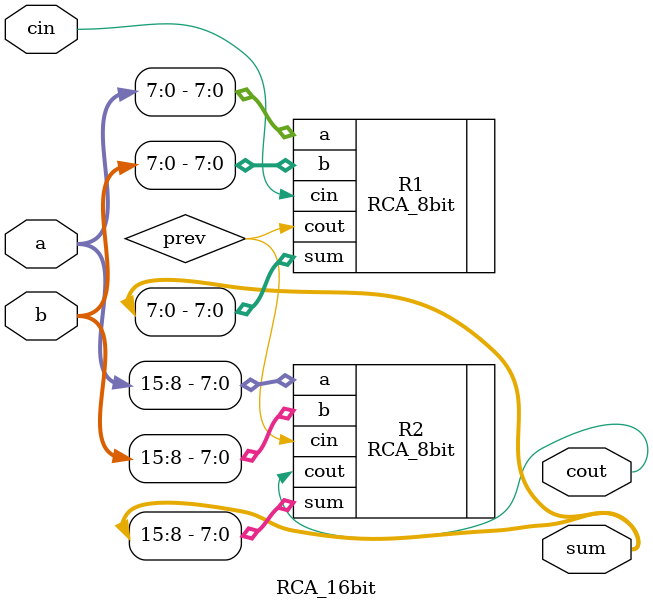
<source format=v>
`timescale 1ns / 1ps
module RCA_16bit(sum, cout, a, b, cin);
	 input [15:0] a, b;
	 input cin;
	 output cout;
	 output [15:0] sum;
	 wire prev;
	 
	 RCA_8bit R1(.sum(sum[7:0]), .cout(prev), .a(a[7:0]), .b(b[7:0]), .cin(cin));
	 RCA_8bit R2(.sum(sum[15:8]), .cout(cout), .a(a[15:8]), .b(b[15:8]), .cin(prev));

endmodule

</source>
